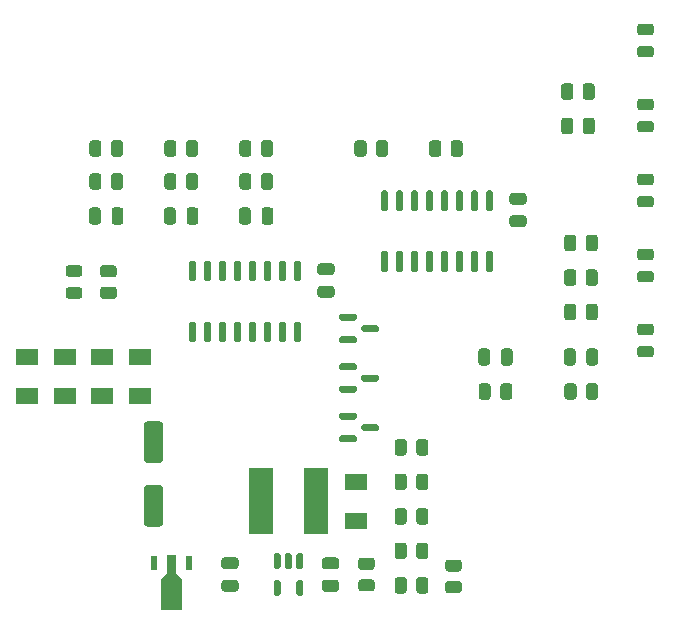
<source format=gtp>
G04 #@! TF.GenerationSoftware,KiCad,Pcbnew,6.0.2+dfsg-1*
G04 #@! TF.CreationDate,2024-05-29T15:37:31-06:00*
G04 #@! TF.ProjectId,mss-atlasadapter,6d73732d-6174-46c6-9173-616461707465,rev?*
G04 #@! TF.SameCoordinates,Original*
G04 #@! TF.FileFunction,Paste,Top*
G04 #@! TF.FilePolarity,Positive*
%FSLAX46Y46*%
G04 Gerber Fmt 4.6, Leading zero omitted, Abs format (unit mm)*
G04 Created by KiCad (PCBNEW 6.0.2+dfsg-1) date 2024-05-29 15:37:31*
%MOMM*%
%LPD*%
G01*
G04 APERTURE LIST*
%ADD10R,1.900000X1.400000*%
%ADD11R,2.108200X5.562600*%
%ADD12R,0.550000X1.300000*%
G04 APERTURE END LIST*
G36*
G01*
X55405000Y-159332000D02*
X56355000Y-159332000D01*
G75*
G02*
X56605000Y-159582000I0J-250000D01*
G01*
X56605000Y-160082000D01*
G75*
G02*
X56355000Y-160332000I-250000J0D01*
G01*
X55405000Y-160332000D01*
G75*
G02*
X55155000Y-160082000I0J250000D01*
G01*
X55155000Y-159582000D01*
G75*
G02*
X55405000Y-159332000I250000J0D01*
G01*
G37*
G36*
G01*
X55405000Y-161232000D02*
X56355000Y-161232000D01*
G75*
G02*
X56605000Y-161482000I0J-250000D01*
G01*
X56605000Y-161982000D01*
G75*
G02*
X56355000Y-162232000I-250000J0D01*
G01*
X55405000Y-162232000D01*
G75*
G02*
X55155000Y-161982000I0J250000D01*
G01*
X55155000Y-161482000D01*
G75*
G02*
X55405000Y-161232000I250000J0D01*
G01*
G37*
G36*
G01*
X75791000Y-148151000D02*
X75791000Y-147251000D01*
G75*
G02*
X76041000Y-147001000I250000J0D01*
G01*
X76566000Y-147001000D01*
G75*
G02*
X76816000Y-147251000I0J-250000D01*
G01*
X76816000Y-148151000D01*
G75*
G02*
X76566000Y-148401000I-250000J0D01*
G01*
X76041000Y-148401000D01*
G75*
G02*
X75791000Y-148151000I0J250000D01*
G01*
G37*
G36*
G01*
X77616000Y-148151000D02*
X77616000Y-147251000D01*
G75*
G02*
X77866000Y-147001000I250000J0D01*
G01*
X78391000Y-147001000D01*
G75*
G02*
X78641000Y-147251000I0J-250000D01*
G01*
X78641000Y-148151000D01*
G75*
G02*
X78391000Y-148401000I-250000J0D01*
G01*
X77866000Y-148401000D01*
G75*
G02*
X77616000Y-148151000I0J250000D01*
G01*
G37*
G36*
G01*
X59759000Y-187099000D02*
X58859000Y-187099000D01*
G75*
G02*
X58609000Y-186849000I0J250000D01*
G01*
X58609000Y-186324000D01*
G75*
G02*
X58859000Y-186074000I250000J0D01*
G01*
X59759000Y-186074000D01*
G75*
G02*
X60009000Y-186324000I0J-250000D01*
G01*
X60009000Y-186849000D01*
G75*
G02*
X59759000Y-187099000I-250000J0D01*
G01*
G37*
G36*
G01*
X59759000Y-185274000D02*
X58859000Y-185274000D01*
G75*
G02*
X58609000Y-185024000I0J250000D01*
G01*
X58609000Y-184499000D01*
G75*
G02*
X58859000Y-184249000I250000J0D01*
G01*
X59759000Y-184249000D01*
G75*
G02*
X60009000Y-184499000I0J-250000D01*
G01*
X60009000Y-185024000D01*
G75*
G02*
X59759000Y-185274000I-250000J0D01*
G01*
G37*
G36*
G01*
X75791000Y-145230000D02*
X75791000Y-144330000D01*
G75*
G02*
X76041000Y-144080000I250000J0D01*
G01*
X76566000Y-144080000D01*
G75*
G02*
X76816000Y-144330000I0J-250000D01*
G01*
X76816000Y-145230000D01*
G75*
G02*
X76566000Y-145480000I-250000J0D01*
G01*
X76041000Y-145480000D01*
G75*
G02*
X75791000Y-145230000I0J250000D01*
G01*
G37*
G36*
G01*
X77616000Y-145230000D02*
X77616000Y-144330000D01*
G75*
G02*
X77866000Y-144080000I250000J0D01*
G01*
X78391000Y-144080000D01*
G75*
G02*
X78641000Y-144330000I0J-250000D01*
G01*
X78641000Y-145230000D01*
G75*
G02*
X78391000Y-145480000I-250000J0D01*
G01*
X77866000Y-145480000D01*
G75*
G02*
X77616000Y-145230000I0J250000D01*
G01*
G37*
G36*
G01*
X78918500Y-169730000D02*
X78918500Y-170630000D01*
G75*
G02*
X78668500Y-170880000I-250000J0D01*
G01*
X78143500Y-170880000D01*
G75*
G02*
X77893500Y-170630000I0J250000D01*
G01*
X77893500Y-169730000D01*
G75*
G02*
X78143500Y-169480000I250000J0D01*
G01*
X78668500Y-169480000D01*
G75*
G02*
X78918500Y-169730000I0J-250000D01*
G01*
G37*
G36*
G01*
X77093500Y-169730000D02*
X77093500Y-170630000D01*
G75*
G02*
X76843500Y-170880000I-250000J0D01*
G01*
X76318500Y-170880000D01*
G75*
G02*
X76068500Y-170630000I0J250000D01*
G01*
X76068500Y-169730000D01*
G75*
G02*
X76318500Y-169480000I250000J0D01*
G01*
X76843500Y-169480000D01*
G75*
G02*
X77093500Y-169730000I0J-250000D01*
G01*
G37*
G36*
G01*
X69573000Y-153141000D02*
X69873000Y-153141000D01*
G75*
G02*
X70023000Y-153291000I0J-150000D01*
G01*
X70023000Y-154741000D01*
G75*
G02*
X69873000Y-154891000I-150000J0D01*
G01*
X69573000Y-154891000D01*
G75*
G02*
X69423000Y-154741000I0J150000D01*
G01*
X69423000Y-153291000D01*
G75*
G02*
X69573000Y-153141000I150000J0D01*
G01*
G37*
G36*
G01*
X68303000Y-153141000D02*
X68603000Y-153141000D01*
G75*
G02*
X68753000Y-153291000I0J-150000D01*
G01*
X68753000Y-154741000D01*
G75*
G02*
X68603000Y-154891000I-150000J0D01*
G01*
X68303000Y-154891000D01*
G75*
G02*
X68153000Y-154741000I0J150000D01*
G01*
X68153000Y-153291000D01*
G75*
G02*
X68303000Y-153141000I150000J0D01*
G01*
G37*
G36*
G01*
X67033000Y-153141000D02*
X67333000Y-153141000D01*
G75*
G02*
X67483000Y-153291000I0J-150000D01*
G01*
X67483000Y-154741000D01*
G75*
G02*
X67333000Y-154891000I-150000J0D01*
G01*
X67033000Y-154891000D01*
G75*
G02*
X66883000Y-154741000I0J150000D01*
G01*
X66883000Y-153291000D01*
G75*
G02*
X67033000Y-153141000I150000J0D01*
G01*
G37*
G36*
G01*
X65763000Y-153141000D02*
X66063000Y-153141000D01*
G75*
G02*
X66213000Y-153291000I0J-150000D01*
G01*
X66213000Y-154741000D01*
G75*
G02*
X66063000Y-154891000I-150000J0D01*
G01*
X65763000Y-154891000D01*
G75*
G02*
X65613000Y-154741000I0J150000D01*
G01*
X65613000Y-153291000D01*
G75*
G02*
X65763000Y-153141000I150000J0D01*
G01*
G37*
G36*
G01*
X64493000Y-153141000D02*
X64793000Y-153141000D01*
G75*
G02*
X64943000Y-153291000I0J-150000D01*
G01*
X64943000Y-154741000D01*
G75*
G02*
X64793000Y-154891000I-150000J0D01*
G01*
X64493000Y-154891000D01*
G75*
G02*
X64343000Y-154741000I0J150000D01*
G01*
X64343000Y-153291000D01*
G75*
G02*
X64493000Y-153141000I150000J0D01*
G01*
G37*
G36*
G01*
X63223000Y-153141000D02*
X63523000Y-153141000D01*
G75*
G02*
X63673000Y-153291000I0J-150000D01*
G01*
X63673000Y-154741000D01*
G75*
G02*
X63523000Y-154891000I-150000J0D01*
G01*
X63223000Y-154891000D01*
G75*
G02*
X63073000Y-154741000I0J150000D01*
G01*
X63073000Y-153291000D01*
G75*
G02*
X63223000Y-153141000I150000J0D01*
G01*
G37*
G36*
G01*
X61953000Y-153141000D02*
X62253000Y-153141000D01*
G75*
G02*
X62403000Y-153291000I0J-150000D01*
G01*
X62403000Y-154741000D01*
G75*
G02*
X62253000Y-154891000I-150000J0D01*
G01*
X61953000Y-154891000D01*
G75*
G02*
X61803000Y-154741000I0J150000D01*
G01*
X61803000Y-153291000D01*
G75*
G02*
X61953000Y-153141000I150000J0D01*
G01*
G37*
G36*
G01*
X60683000Y-153141000D02*
X60983000Y-153141000D01*
G75*
G02*
X61133000Y-153291000I0J-150000D01*
G01*
X61133000Y-154741000D01*
G75*
G02*
X60983000Y-154891000I-150000J0D01*
G01*
X60683000Y-154891000D01*
G75*
G02*
X60533000Y-154741000I0J150000D01*
G01*
X60533000Y-153291000D01*
G75*
G02*
X60683000Y-153141000I150000J0D01*
G01*
G37*
G36*
G01*
X60683000Y-158291000D02*
X60983000Y-158291000D01*
G75*
G02*
X61133000Y-158441000I0J-150000D01*
G01*
X61133000Y-159891000D01*
G75*
G02*
X60983000Y-160041000I-150000J0D01*
G01*
X60683000Y-160041000D01*
G75*
G02*
X60533000Y-159891000I0J150000D01*
G01*
X60533000Y-158441000D01*
G75*
G02*
X60683000Y-158291000I150000J0D01*
G01*
G37*
G36*
G01*
X61953000Y-158291000D02*
X62253000Y-158291000D01*
G75*
G02*
X62403000Y-158441000I0J-150000D01*
G01*
X62403000Y-159891000D01*
G75*
G02*
X62253000Y-160041000I-150000J0D01*
G01*
X61953000Y-160041000D01*
G75*
G02*
X61803000Y-159891000I0J150000D01*
G01*
X61803000Y-158441000D01*
G75*
G02*
X61953000Y-158291000I150000J0D01*
G01*
G37*
G36*
G01*
X63223000Y-158291000D02*
X63523000Y-158291000D01*
G75*
G02*
X63673000Y-158441000I0J-150000D01*
G01*
X63673000Y-159891000D01*
G75*
G02*
X63523000Y-160041000I-150000J0D01*
G01*
X63223000Y-160041000D01*
G75*
G02*
X63073000Y-159891000I0J150000D01*
G01*
X63073000Y-158441000D01*
G75*
G02*
X63223000Y-158291000I150000J0D01*
G01*
G37*
G36*
G01*
X64493000Y-158291000D02*
X64793000Y-158291000D01*
G75*
G02*
X64943000Y-158441000I0J-150000D01*
G01*
X64943000Y-159891000D01*
G75*
G02*
X64793000Y-160041000I-150000J0D01*
G01*
X64493000Y-160041000D01*
G75*
G02*
X64343000Y-159891000I0J150000D01*
G01*
X64343000Y-158441000D01*
G75*
G02*
X64493000Y-158291000I150000J0D01*
G01*
G37*
G36*
G01*
X65763000Y-158291000D02*
X66063000Y-158291000D01*
G75*
G02*
X66213000Y-158441000I0J-150000D01*
G01*
X66213000Y-159891000D01*
G75*
G02*
X66063000Y-160041000I-150000J0D01*
G01*
X65763000Y-160041000D01*
G75*
G02*
X65613000Y-159891000I0J150000D01*
G01*
X65613000Y-158441000D01*
G75*
G02*
X65763000Y-158291000I150000J0D01*
G01*
G37*
G36*
G01*
X67033000Y-158291000D02*
X67333000Y-158291000D01*
G75*
G02*
X67483000Y-158441000I0J-150000D01*
G01*
X67483000Y-159891000D01*
G75*
G02*
X67333000Y-160041000I-150000J0D01*
G01*
X67033000Y-160041000D01*
G75*
G02*
X66883000Y-159891000I0J150000D01*
G01*
X66883000Y-158441000D01*
G75*
G02*
X67033000Y-158291000I150000J0D01*
G01*
G37*
G36*
G01*
X68303000Y-158291000D02*
X68603000Y-158291000D01*
G75*
G02*
X68753000Y-158441000I0J-150000D01*
G01*
X68753000Y-159891000D01*
G75*
G02*
X68603000Y-160041000I-150000J0D01*
G01*
X68303000Y-160041000D01*
G75*
G02*
X68153000Y-159891000I0J150000D01*
G01*
X68153000Y-158441000D01*
G75*
G02*
X68303000Y-158291000I150000J0D01*
G01*
G37*
G36*
G01*
X69573000Y-158291000D02*
X69873000Y-158291000D01*
G75*
G02*
X70023000Y-158441000I0J-150000D01*
G01*
X70023000Y-159891000D01*
G75*
G02*
X69873000Y-160041000I-150000J0D01*
G01*
X69573000Y-160041000D01*
G75*
G02*
X69423000Y-159891000I0J150000D01*
G01*
X69423000Y-158441000D01*
G75*
G02*
X69573000Y-158291000I150000J0D01*
G01*
G37*
G36*
G01*
X76045000Y-158057000D02*
X76045000Y-157157000D01*
G75*
G02*
X76295000Y-156907000I250000J0D01*
G01*
X76820000Y-156907000D01*
G75*
G02*
X77070000Y-157157000I0J-250000D01*
G01*
X77070000Y-158057000D01*
G75*
G02*
X76820000Y-158307000I-250000J0D01*
G01*
X76295000Y-158307000D01*
G75*
G02*
X76045000Y-158057000I0J250000D01*
G01*
G37*
G36*
G01*
X77870000Y-158057000D02*
X77870000Y-157157000D01*
G75*
G02*
X78120000Y-156907000I250000J0D01*
G01*
X78645000Y-156907000D01*
G75*
G02*
X78895000Y-157157000I0J-250000D01*
G01*
X78895000Y-158057000D01*
G75*
G02*
X78645000Y-158307000I-250000J0D01*
G01*
X78120000Y-158307000D01*
G75*
G02*
X77870000Y-158057000I0J250000D01*
G01*
G37*
G36*
G01*
X71661000Y-153363000D02*
X72611000Y-153363000D01*
G75*
G02*
X72861000Y-153613000I0J-250000D01*
G01*
X72861000Y-154113000D01*
G75*
G02*
X72611000Y-154363000I-250000J0D01*
G01*
X71661000Y-154363000D01*
G75*
G02*
X71411000Y-154113000I0J250000D01*
G01*
X71411000Y-153613000D01*
G75*
G02*
X71661000Y-153363000I250000J0D01*
G01*
G37*
G36*
G01*
X71661000Y-155263000D02*
X72611000Y-155263000D01*
G75*
G02*
X72861000Y-155513000I0J-250000D01*
G01*
X72861000Y-156013000D01*
G75*
G02*
X72611000Y-156263000I-250000J0D01*
G01*
X71661000Y-156263000D01*
G75*
G02*
X71411000Y-156013000I0J250000D01*
G01*
X71411000Y-155513000D01*
G75*
G02*
X71661000Y-155263000I250000J0D01*
G01*
G37*
G36*
G01*
X61138500Y-149156000D02*
X61138500Y-150056000D01*
G75*
G02*
X60888500Y-150306000I-250000J0D01*
G01*
X60363500Y-150306000D01*
G75*
G02*
X60113500Y-150056000I0J250000D01*
G01*
X60113500Y-149156000D01*
G75*
G02*
X60363500Y-148906000I250000J0D01*
G01*
X60888500Y-148906000D01*
G75*
G02*
X61138500Y-149156000I0J-250000D01*
G01*
G37*
G36*
G01*
X59313500Y-149156000D02*
X59313500Y-150056000D01*
G75*
G02*
X59063500Y-150306000I-250000J0D01*
G01*
X58538500Y-150306000D01*
G75*
G02*
X58288500Y-150056000I0J250000D01*
G01*
X58288500Y-149156000D01*
G75*
G02*
X58538500Y-148906000I250000J0D01*
G01*
X59063500Y-148906000D01*
G75*
G02*
X59313500Y-149156000I0J-250000D01*
G01*
G37*
G36*
G01*
X45047000Y-149156000D02*
X45047000Y-150056000D01*
G75*
G02*
X44797000Y-150306000I-250000J0D01*
G01*
X44272000Y-150306000D01*
G75*
G02*
X44022000Y-150056000I0J250000D01*
G01*
X44022000Y-149156000D01*
G75*
G02*
X44272000Y-148906000I250000J0D01*
G01*
X44797000Y-148906000D01*
G75*
G02*
X45047000Y-149156000I0J-250000D01*
G01*
G37*
G36*
G01*
X43222000Y-149156000D02*
X43222000Y-150056000D01*
G75*
G02*
X42972000Y-150306000I-250000J0D01*
G01*
X42447000Y-150306000D01*
G75*
G02*
X42197000Y-150056000I0J250000D01*
G01*
X42197000Y-149156000D01*
G75*
G02*
X42447000Y-148906000I250000J0D01*
G01*
X42972000Y-148906000D01*
G75*
G02*
X43222000Y-149156000I0J-250000D01*
G01*
G37*
D10*
X40132000Y-167260000D03*
X40132000Y-170560000D03*
X58420000Y-181101000D03*
X58420000Y-177801000D03*
D11*
X50406300Y-179451000D03*
X55003700Y-179451000D03*
G36*
G01*
X56999000Y-168237000D02*
X56999000Y-167937000D01*
G75*
G02*
X57149000Y-167787000I150000J0D01*
G01*
X58324000Y-167787000D01*
G75*
G02*
X58474000Y-167937000I0J-150000D01*
G01*
X58474000Y-168237000D01*
G75*
G02*
X58324000Y-168387000I-150000J0D01*
G01*
X57149000Y-168387000D01*
G75*
G02*
X56999000Y-168237000I0J150000D01*
G01*
G37*
G36*
G01*
X56999000Y-170137000D02*
X56999000Y-169837000D01*
G75*
G02*
X57149000Y-169687000I150000J0D01*
G01*
X58324000Y-169687000D01*
G75*
G02*
X58474000Y-169837000I0J-150000D01*
G01*
X58474000Y-170137000D01*
G75*
G02*
X58324000Y-170287000I-150000J0D01*
G01*
X57149000Y-170287000D01*
G75*
G02*
X56999000Y-170137000I0J150000D01*
G01*
G37*
G36*
G01*
X58874000Y-169187000D02*
X58874000Y-168887000D01*
G75*
G02*
X59024000Y-168737000I150000J0D01*
G01*
X60199000Y-168737000D01*
G75*
G02*
X60349000Y-168887000I0J-150000D01*
G01*
X60349000Y-169187000D01*
G75*
G02*
X60199000Y-169337000I-150000J0D01*
G01*
X59024000Y-169337000D01*
G75*
G02*
X58874000Y-169187000I0J150000D01*
G01*
G37*
G36*
G01*
X38722000Y-154846000D02*
X38722000Y-155796000D01*
G75*
G02*
X38472000Y-156046000I-250000J0D01*
G01*
X37972000Y-156046000D01*
G75*
G02*
X37722000Y-155796000I0J250000D01*
G01*
X37722000Y-154846000D01*
G75*
G02*
X37972000Y-154596000I250000J0D01*
G01*
X38472000Y-154596000D01*
G75*
G02*
X38722000Y-154846000I0J-250000D01*
G01*
G37*
G36*
G01*
X36822000Y-154846000D02*
X36822000Y-155796000D01*
G75*
G02*
X36572000Y-156046000I-250000J0D01*
G01*
X36072000Y-156046000D01*
G75*
G02*
X35822000Y-155796000I0J250000D01*
G01*
X35822000Y-154846000D01*
G75*
G02*
X36072000Y-154596000I250000J0D01*
G01*
X36572000Y-154596000D01*
G75*
G02*
X36822000Y-154846000I0J-250000D01*
G01*
G37*
G36*
G01*
X67465000Y-149156000D02*
X67465000Y-150056000D01*
G75*
G02*
X67215000Y-150306000I-250000J0D01*
G01*
X66690000Y-150306000D01*
G75*
G02*
X66440000Y-150056000I0J250000D01*
G01*
X66440000Y-149156000D01*
G75*
G02*
X66690000Y-148906000I250000J0D01*
G01*
X67215000Y-148906000D01*
G75*
G02*
X67465000Y-149156000I0J-250000D01*
G01*
G37*
G36*
G01*
X65640000Y-149156000D02*
X65640000Y-150056000D01*
G75*
G02*
X65390000Y-150306000I-250000J0D01*
G01*
X64865000Y-150306000D01*
G75*
G02*
X64615000Y-150056000I0J250000D01*
G01*
X64615000Y-149156000D01*
G75*
G02*
X64865000Y-148906000I250000J0D01*
G01*
X65390000Y-148906000D01*
G75*
G02*
X65640000Y-149156000I0J-250000D01*
G01*
G37*
G36*
G01*
X64544000Y-177377000D02*
X64544000Y-178277000D01*
G75*
G02*
X64294000Y-178527000I-250000J0D01*
G01*
X63769000Y-178527000D01*
G75*
G02*
X63519000Y-178277000I0J250000D01*
G01*
X63519000Y-177377000D01*
G75*
G02*
X63769000Y-177127000I250000J0D01*
G01*
X64294000Y-177127000D01*
G75*
G02*
X64544000Y-177377000I0J-250000D01*
G01*
G37*
G36*
G01*
X62719000Y-177377000D02*
X62719000Y-178277000D01*
G75*
G02*
X62469000Y-178527000I-250000J0D01*
G01*
X61944000Y-178527000D01*
G75*
G02*
X61694000Y-178277000I0J250000D01*
G01*
X61694000Y-177377000D01*
G75*
G02*
X61944000Y-177127000I250000J0D01*
G01*
X62469000Y-177127000D01*
G75*
G02*
X62719000Y-177377000I0J-250000D01*
G01*
G37*
G36*
G01*
X56999000Y-172428000D02*
X56999000Y-172128000D01*
G75*
G02*
X57149000Y-171978000I150000J0D01*
G01*
X58324000Y-171978000D01*
G75*
G02*
X58474000Y-172128000I0J-150000D01*
G01*
X58474000Y-172428000D01*
G75*
G02*
X58324000Y-172578000I-150000J0D01*
G01*
X57149000Y-172578000D01*
G75*
G02*
X56999000Y-172428000I0J150000D01*
G01*
G37*
G36*
G01*
X56999000Y-174328000D02*
X56999000Y-174028000D01*
G75*
G02*
X57149000Y-173878000I150000J0D01*
G01*
X58324000Y-173878000D01*
G75*
G02*
X58474000Y-174028000I0J-150000D01*
G01*
X58474000Y-174328000D01*
G75*
G02*
X58324000Y-174478000I-150000J0D01*
G01*
X57149000Y-174478000D01*
G75*
G02*
X56999000Y-174328000I0J150000D01*
G01*
G37*
G36*
G01*
X58874000Y-173378000D02*
X58874000Y-173078000D01*
G75*
G02*
X59024000Y-172928000I150000J0D01*
G01*
X60199000Y-172928000D01*
G75*
G02*
X60349000Y-173078000I0J-150000D01*
G01*
X60349000Y-173378000D01*
G75*
G02*
X60199000Y-173528000I-150000J0D01*
G01*
X59024000Y-173528000D01*
G75*
G02*
X58874000Y-173378000I0J150000D01*
G01*
G37*
G36*
G01*
X53505000Y-183874000D02*
X53805000Y-183874000D01*
G75*
G02*
X53955000Y-184024000I0J-150000D01*
G01*
X53955000Y-185049000D01*
G75*
G02*
X53805000Y-185199000I-150000J0D01*
G01*
X53505000Y-185199000D01*
G75*
G02*
X53355000Y-185049000I0J150000D01*
G01*
X53355000Y-184024000D01*
G75*
G02*
X53505000Y-183874000I150000J0D01*
G01*
G37*
G36*
G01*
X52555000Y-183874000D02*
X52855000Y-183874000D01*
G75*
G02*
X53005000Y-184024000I0J-150000D01*
G01*
X53005000Y-185049000D01*
G75*
G02*
X52855000Y-185199000I-150000J0D01*
G01*
X52555000Y-185199000D01*
G75*
G02*
X52405000Y-185049000I0J150000D01*
G01*
X52405000Y-184024000D01*
G75*
G02*
X52555000Y-183874000I150000J0D01*
G01*
G37*
G36*
G01*
X51605000Y-183874000D02*
X51905000Y-183874000D01*
G75*
G02*
X52055000Y-184024000I0J-150000D01*
G01*
X52055000Y-185049000D01*
G75*
G02*
X51905000Y-185199000I-150000J0D01*
G01*
X51605000Y-185199000D01*
G75*
G02*
X51455000Y-185049000I0J150000D01*
G01*
X51455000Y-184024000D01*
G75*
G02*
X51605000Y-183874000I150000J0D01*
G01*
G37*
G36*
G01*
X51605000Y-186149000D02*
X51905000Y-186149000D01*
G75*
G02*
X52055000Y-186299000I0J-150000D01*
G01*
X52055000Y-187324000D01*
G75*
G02*
X51905000Y-187474000I-150000J0D01*
G01*
X51605000Y-187474000D01*
G75*
G02*
X51455000Y-187324000I0J150000D01*
G01*
X51455000Y-186299000D01*
G75*
G02*
X51605000Y-186149000I150000J0D01*
G01*
G37*
G36*
G01*
X53505000Y-186149000D02*
X53805000Y-186149000D01*
G75*
G02*
X53955000Y-186299000I0J-150000D01*
G01*
X53955000Y-187324000D01*
G75*
G02*
X53805000Y-187474000I-150000J0D01*
G01*
X53505000Y-187474000D01*
G75*
G02*
X53355000Y-187324000I0J150000D01*
G01*
X53355000Y-186299000D01*
G75*
G02*
X53505000Y-186149000I150000J0D01*
G01*
G37*
G36*
G01*
X82474750Y-151737000D02*
X83387250Y-151737000D01*
G75*
G02*
X83631000Y-151980750I0J-243750D01*
G01*
X83631000Y-152468250D01*
G75*
G02*
X83387250Y-152712000I-243750J0D01*
G01*
X82474750Y-152712000D01*
G75*
G02*
X82231000Y-152468250I0J243750D01*
G01*
X82231000Y-151980750D01*
G75*
G02*
X82474750Y-151737000I243750J0D01*
G01*
G37*
G36*
G01*
X82474750Y-153612000D02*
X83387250Y-153612000D01*
G75*
G02*
X83631000Y-153855750I0J-243750D01*
G01*
X83631000Y-154343250D01*
G75*
G02*
X83387250Y-154587000I-243750J0D01*
G01*
X82474750Y-154587000D01*
G75*
G02*
X82231000Y-154343250I0J243750D01*
G01*
X82231000Y-153855750D01*
G75*
G02*
X82474750Y-153612000I243750J0D01*
G01*
G37*
G36*
G01*
X55786000Y-184224000D02*
X56736000Y-184224000D01*
G75*
G02*
X56986000Y-184474000I0J-250000D01*
G01*
X56986000Y-184974000D01*
G75*
G02*
X56736000Y-185224000I-250000J0D01*
G01*
X55786000Y-185224000D01*
G75*
G02*
X55536000Y-184974000I0J250000D01*
G01*
X55536000Y-184474000D01*
G75*
G02*
X55786000Y-184224000I250000J0D01*
G01*
G37*
G36*
G01*
X55786000Y-186124000D02*
X56736000Y-186124000D01*
G75*
G02*
X56986000Y-186374000I0J-250000D01*
G01*
X56986000Y-186874000D01*
G75*
G02*
X56736000Y-187124000I-250000J0D01*
G01*
X55786000Y-187124000D01*
G75*
G02*
X55536000Y-186874000I0J250000D01*
G01*
X55536000Y-186374000D01*
G75*
G02*
X55786000Y-186124000I250000J0D01*
G01*
G37*
G36*
G01*
X35847000Y-152850000D02*
X35847000Y-151950000D01*
G75*
G02*
X36097000Y-151700000I250000J0D01*
G01*
X36622000Y-151700000D01*
G75*
G02*
X36872000Y-151950000I0J-250000D01*
G01*
X36872000Y-152850000D01*
G75*
G02*
X36622000Y-153100000I-250000J0D01*
G01*
X36097000Y-153100000D01*
G75*
G02*
X35847000Y-152850000I0J250000D01*
G01*
G37*
G36*
G01*
X37672000Y-152850000D02*
X37672000Y-151950000D01*
G75*
G02*
X37922000Y-151700000I250000J0D01*
G01*
X38447000Y-151700000D01*
G75*
G02*
X38697000Y-151950000I0J-250000D01*
G01*
X38697000Y-152850000D01*
G75*
G02*
X38447000Y-153100000I-250000J0D01*
G01*
X37922000Y-153100000D01*
G75*
G02*
X37672000Y-152850000I0J250000D01*
G01*
G37*
G36*
G01*
X56999000Y-164046000D02*
X56999000Y-163746000D01*
G75*
G02*
X57149000Y-163596000I150000J0D01*
G01*
X58324000Y-163596000D01*
G75*
G02*
X58474000Y-163746000I0J-150000D01*
G01*
X58474000Y-164046000D01*
G75*
G02*
X58324000Y-164196000I-150000J0D01*
G01*
X57149000Y-164196000D01*
G75*
G02*
X56999000Y-164046000I0J150000D01*
G01*
G37*
G36*
G01*
X56999000Y-165946000D02*
X56999000Y-165646000D01*
G75*
G02*
X57149000Y-165496000I150000J0D01*
G01*
X58324000Y-165496000D01*
G75*
G02*
X58474000Y-165646000I0J-150000D01*
G01*
X58474000Y-165946000D01*
G75*
G02*
X58324000Y-166096000I-150000J0D01*
G01*
X57149000Y-166096000D01*
G75*
G02*
X56999000Y-165946000I0J150000D01*
G01*
G37*
G36*
G01*
X58874000Y-164996000D02*
X58874000Y-164696000D01*
G75*
G02*
X59024000Y-164546000I150000J0D01*
G01*
X60199000Y-164546000D01*
G75*
G02*
X60349000Y-164696000I0J-150000D01*
G01*
X60349000Y-164996000D01*
G75*
G02*
X60199000Y-165146000I-150000J0D01*
G01*
X59024000Y-165146000D01*
G75*
G02*
X58874000Y-164996000I0J150000D01*
G01*
G37*
G36*
G01*
X76045000Y-163899000D02*
X76045000Y-162999000D01*
G75*
G02*
X76295000Y-162749000I250000J0D01*
G01*
X76820000Y-162749000D01*
G75*
G02*
X77070000Y-162999000I0J-250000D01*
G01*
X77070000Y-163899000D01*
G75*
G02*
X76820000Y-164149000I-250000J0D01*
G01*
X76295000Y-164149000D01*
G75*
G02*
X76045000Y-163899000I0J250000D01*
G01*
G37*
G36*
G01*
X77870000Y-163899000D02*
X77870000Y-162999000D01*
G75*
G02*
X78120000Y-162749000I250000J0D01*
G01*
X78645000Y-162749000D01*
G75*
G02*
X78895000Y-162999000I0J-250000D01*
G01*
X78895000Y-163899000D01*
G75*
G02*
X78645000Y-164149000I-250000J0D01*
G01*
X78120000Y-164149000D01*
G75*
G02*
X77870000Y-163899000I0J250000D01*
G01*
G37*
G36*
G01*
X68781000Y-167734000D02*
X68781000Y-166784000D01*
G75*
G02*
X69031000Y-166534000I250000J0D01*
G01*
X69531000Y-166534000D01*
G75*
G02*
X69781000Y-166784000I0J-250000D01*
G01*
X69781000Y-167734000D01*
G75*
G02*
X69531000Y-167984000I-250000J0D01*
G01*
X69031000Y-167984000D01*
G75*
G02*
X68781000Y-167734000I0J250000D01*
G01*
G37*
G36*
G01*
X70681000Y-167734000D02*
X70681000Y-166784000D01*
G75*
G02*
X70931000Y-166534000I250000J0D01*
G01*
X71431000Y-166534000D01*
G75*
G02*
X71681000Y-166784000I0J-250000D01*
G01*
X71681000Y-167734000D01*
G75*
G02*
X71431000Y-167984000I-250000J0D01*
G01*
X70931000Y-167984000D01*
G75*
G02*
X70681000Y-167734000I0J250000D01*
G01*
G37*
D12*
X44299000Y-184697500D03*
G36*
X41874000Y-188647500D02*
G01*
X41874000Y-186047500D01*
X42399000Y-185522500D01*
X42399000Y-184047500D01*
X43199000Y-184047500D01*
X43199000Y-185522500D01*
X43724000Y-186047500D01*
X43724000Y-188647500D01*
X41874000Y-188647500D01*
G37*
X41299000Y-184697500D03*
G36*
G01*
X82474750Y-164437000D02*
X83387250Y-164437000D01*
G75*
G02*
X83631000Y-164680750I0J-243750D01*
G01*
X83631000Y-165168250D01*
G75*
G02*
X83387250Y-165412000I-243750J0D01*
G01*
X82474750Y-165412000D01*
G75*
G02*
X82231000Y-165168250I0J243750D01*
G01*
X82231000Y-164680750D01*
G75*
G02*
X82474750Y-164437000I243750J0D01*
G01*
G37*
G36*
G01*
X82474750Y-166312000D02*
X83387250Y-166312000D01*
G75*
G02*
X83631000Y-166555750I0J-243750D01*
G01*
X83631000Y-167043250D01*
G75*
G02*
X83387250Y-167287000I-243750J0D01*
G01*
X82474750Y-167287000D01*
G75*
G02*
X82231000Y-167043250I0J243750D01*
G01*
X82231000Y-166555750D01*
G75*
G02*
X82474750Y-166312000I243750J0D01*
G01*
G37*
G36*
G01*
X47277000Y-184224000D02*
X48227000Y-184224000D01*
G75*
G02*
X48477000Y-184474000I0J-250000D01*
G01*
X48477000Y-184974000D01*
G75*
G02*
X48227000Y-185224000I-250000J0D01*
G01*
X47277000Y-185224000D01*
G75*
G02*
X47027000Y-184974000I0J250000D01*
G01*
X47027000Y-184474000D01*
G75*
G02*
X47277000Y-184224000I250000J0D01*
G01*
G37*
G36*
G01*
X47277000Y-186124000D02*
X48227000Y-186124000D01*
G75*
G02*
X48477000Y-186374000I0J-250000D01*
G01*
X48477000Y-186874000D01*
G75*
G02*
X48227000Y-187124000I-250000J0D01*
G01*
X47277000Y-187124000D01*
G75*
G02*
X47027000Y-186874000I0J250000D01*
G01*
X47027000Y-186374000D01*
G75*
G02*
X47277000Y-186124000I250000J0D01*
G01*
G37*
G36*
G01*
X41825000Y-181615000D02*
X40725000Y-181615000D01*
G75*
G02*
X40475000Y-181365000I0J250000D01*
G01*
X40475000Y-178365000D01*
G75*
G02*
X40725000Y-178115000I250000J0D01*
G01*
X41825000Y-178115000D01*
G75*
G02*
X42075000Y-178365000I0J-250000D01*
G01*
X42075000Y-181365000D01*
G75*
G02*
X41825000Y-181615000I-250000J0D01*
G01*
G37*
G36*
G01*
X41825000Y-176215000D02*
X40725000Y-176215000D01*
G75*
G02*
X40475000Y-175965000I0J250000D01*
G01*
X40475000Y-172965000D01*
G75*
G02*
X40725000Y-172715000I250000J0D01*
G01*
X41825000Y-172715000D01*
G75*
G02*
X42075000Y-172965000I0J-250000D01*
G01*
X42075000Y-175965000D01*
G75*
G02*
X41825000Y-176215000I-250000J0D01*
G01*
G37*
D10*
X30607000Y-167260000D03*
X30607000Y-170560000D03*
G36*
G01*
X61694000Y-184119000D02*
X61694000Y-183219000D01*
G75*
G02*
X61944000Y-182969000I250000J0D01*
G01*
X62469000Y-182969000D01*
G75*
G02*
X62719000Y-183219000I0J-250000D01*
G01*
X62719000Y-184119000D01*
G75*
G02*
X62469000Y-184369000I-250000J0D01*
G01*
X61944000Y-184369000D01*
G75*
G02*
X61694000Y-184119000I0J250000D01*
G01*
G37*
G36*
G01*
X63519000Y-184119000D02*
X63519000Y-183219000D01*
G75*
G02*
X63769000Y-182969000I250000J0D01*
G01*
X64294000Y-182969000D01*
G75*
G02*
X64544000Y-183219000I0J-250000D01*
G01*
X64544000Y-184119000D01*
G75*
G02*
X64294000Y-184369000I-250000J0D01*
G01*
X63769000Y-184369000D01*
G75*
G02*
X63519000Y-184119000I0J250000D01*
G01*
G37*
G36*
G01*
X51397000Y-149156000D02*
X51397000Y-150056000D01*
G75*
G02*
X51147000Y-150306000I-250000J0D01*
G01*
X50622000Y-150306000D01*
G75*
G02*
X50372000Y-150056000I0J250000D01*
G01*
X50372000Y-149156000D01*
G75*
G02*
X50622000Y-148906000I250000J0D01*
G01*
X51147000Y-148906000D01*
G75*
G02*
X51397000Y-149156000I0J-250000D01*
G01*
G37*
G36*
G01*
X49572000Y-149156000D02*
X49572000Y-150056000D01*
G75*
G02*
X49322000Y-150306000I-250000J0D01*
G01*
X48797000Y-150306000D01*
G75*
G02*
X48547000Y-150056000I0J250000D01*
G01*
X48547000Y-149156000D01*
G75*
G02*
X48797000Y-148906000I250000J0D01*
G01*
X49322000Y-148906000D01*
G75*
G02*
X49572000Y-149156000I0J-250000D01*
G01*
G37*
G36*
G01*
X76020000Y-167734000D02*
X76020000Y-166784000D01*
G75*
G02*
X76270000Y-166534000I250000J0D01*
G01*
X76770000Y-166534000D01*
G75*
G02*
X77020000Y-166784000I0J-250000D01*
G01*
X77020000Y-167734000D01*
G75*
G02*
X76770000Y-167984000I-250000J0D01*
G01*
X76270000Y-167984000D01*
G75*
G02*
X76020000Y-167734000I0J250000D01*
G01*
G37*
G36*
G01*
X77920000Y-167734000D02*
X77920000Y-166784000D01*
G75*
G02*
X78170000Y-166534000I250000J0D01*
G01*
X78670000Y-166534000D01*
G75*
G02*
X78920000Y-166784000I0J-250000D01*
G01*
X78920000Y-167734000D01*
G75*
G02*
X78670000Y-167984000I-250000J0D01*
G01*
X78170000Y-167984000D01*
G75*
G02*
X77920000Y-167734000I0J250000D01*
G01*
G37*
G36*
G01*
X66225000Y-184403000D02*
X67125000Y-184403000D01*
G75*
G02*
X67375000Y-184653000I0J-250000D01*
G01*
X67375000Y-185178000D01*
G75*
G02*
X67125000Y-185428000I-250000J0D01*
G01*
X66225000Y-185428000D01*
G75*
G02*
X65975000Y-185178000I0J250000D01*
G01*
X65975000Y-184653000D01*
G75*
G02*
X66225000Y-184403000I250000J0D01*
G01*
G37*
G36*
G01*
X66225000Y-186228000D02*
X67125000Y-186228000D01*
G75*
G02*
X67375000Y-186478000I0J-250000D01*
G01*
X67375000Y-187003000D01*
G75*
G02*
X67125000Y-187253000I-250000J0D01*
G01*
X66225000Y-187253000D01*
G75*
G02*
X65975000Y-187003000I0J250000D01*
G01*
X65975000Y-186478000D01*
G75*
G02*
X66225000Y-186228000I250000J0D01*
G01*
G37*
G36*
G01*
X64544000Y-186140000D02*
X64544000Y-187040000D01*
G75*
G02*
X64294000Y-187290000I-250000J0D01*
G01*
X63769000Y-187290000D01*
G75*
G02*
X63519000Y-187040000I0J250000D01*
G01*
X63519000Y-186140000D01*
G75*
G02*
X63769000Y-185890000I250000J0D01*
G01*
X64294000Y-185890000D01*
G75*
G02*
X64544000Y-186140000I0J-250000D01*
G01*
G37*
G36*
G01*
X62719000Y-186140000D02*
X62719000Y-187040000D01*
G75*
G02*
X62469000Y-187290000I-250000J0D01*
G01*
X61944000Y-187290000D01*
G75*
G02*
X61694000Y-187040000I0J250000D01*
G01*
X61694000Y-186140000D01*
G75*
G02*
X61944000Y-185890000I250000J0D01*
G01*
X62469000Y-185890000D01*
G75*
G02*
X62719000Y-186140000I0J-250000D01*
G01*
G37*
G36*
G01*
X64544000Y-174456000D02*
X64544000Y-175356000D01*
G75*
G02*
X64294000Y-175606000I-250000J0D01*
G01*
X63769000Y-175606000D01*
G75*
G02*
X63519000Y-175356000I0J250000D01*
G01*
X63519000Y-174456000D01*
G75*
G02*
X63769000Y-174206000I250000J0D01*
G01*
X64294000Y-174206000D01*
G75*
G02*
X64544000Y-174456000I0J-250000D01*
G01*
G37*
G36*
G01*
X62719000Y-174456000D02*
X62719000Y-175356000D01*
G75*
G02*
X62469000Y-175606000I-250000J0D01*
G01*
X61944000Y-175606000D01*
G75*
G02*
X61694000Y-175356000I0J250000D01*
G01*
X61694000Y-174456000D01*
G75*
G02*
X61944000Y-174206000I250000J0D01*
G01*
X62469000Y-174206000D01*
G75*
G02*
X62719000Y-174456000I0J-250000D01*
G01*
G37*
G36*
G01*
X45047000Y-151950000D02*
X45047000Y-152850000D01*
G75*
G02*
X44797000Y-153100000I-250000J0D01*
G01*
X44272000Y-153100000D01*
G75*
G02*
X44022000Y-152850000I0J250000D01*
G01*
X44022000Y-151950000D01*
G75*
G02*
X44272000Y-151700000I250000J0D01*
G01*
X44797000Y-151700000D01*
G75*
G02*
X45047000Y-151950000I0J-250000D01*
G01*
G37*
G36*
G01*
X43222000Y-151950000D02*
X43222000Y-152850000D01*
G75*
G02*
X42972000Y-153100000I-250000J0D01*
G01*
X42447000Y-153100000D01*
G75*
G02*
X42197000Y-152850000I0J250000D01*
G01*
X42197000Y-151950000D01*
G75*
G02*
X42447000Y-151700000I250000J0D01*
G01*
X42972000Y-151700000D01*
G75*
G02*
X43222000Y-151950000I0J-250000D01*
G01*
G37*
G36*
G01*
X38697000Y-149156000D02*
X38697000Y-150056000D01*
G75*
G02*
X38447000Y-150306000I-250000J0D01*
G01*
X37922000Y-150306000D01*
G75*
G02*
X37672000Y-150056000I0J250000D01*
G01*
X37672000Y-149156000D01*
G75*
G02*
X37922000Y-148906000I250000J0D01*
G01*
X38447000Y-148906000D01*
G75*
G02*
X38697000Y-149156000I0J-250000D01*
G01*
G37*
G36*
G01*
X36872000Y-149156000D02*
X36872000Y-150056000D01*
G75*
G02*
X36622000Y-150306000I-250000J0D01*
G01*
X36097000Y-150306000D01*
G75*
G02*
X35847000Y-150056000I0J250000D01*
G01*
X35847000Y-149156000D01*
G75*
G02*
X36097000Y-148906000I250000J0D01*
G01*
X36622000Y-148906000D01*
G75*
G02*
X36872000Y-149156000I0J-250000D01*
G01*
G37*
G36*
G01*
X37015000Y-159484000D02*
X37915000Y-159484000D01*
G75*
G02*
X38165000Y-159734000I0J-250000D01*
G01*
X38165000Y-160259000D01*
G75*
G02*
X37915000Y-160509000I-250000J0D01*
G01*
X37015000Y-160509000D01*
G75*
G02*
X36765000Y-160259000I0J250000D01*
G01*
X36765000Y-159734000D01*
G75*
G02*
X37015000Y-159484000I250000J0D01*
G01*
G37*
G36*
G01*
X37015000Y-161309000D02*
X37915000Y-161309000D01*
G75*
G02*
X38165000Y-161559000I0J-250000D01*
G01*
X38165000Y-162084000D01*
G75*
G02*
X37915000Y-162334000I-250000J0D01*
G01*
X37015000Y-162334000D01*
G75*
G02*
X36765000Y-162084000I0J250000D01*
G01*
X36765000Y-161559000D01*
G75*
G02*
X37015000Y-161309000I250000J0D01*
G01*
G37*
G36*
G01*
X53317000Y-159110000D02*
X53617000Y-159110000D01*
G75*
G02*
X53767000Y-159260000I0J-150000D01*
G01*
X53767000Y-160710000D01*
G75*
G02*
X53617000Y-160860000I-150000J0D01*
G01*
X53317000Y-160860000D01*
G75*
G02*
X53167000Y-160710000I0J150000D01*
G01*
X53167000Y-159260000D01*
G75*
G02*
X53317000Y-159110000I150000J0D01*
G01*
G37*
G36*
G01*
X52047000Y-159110000D02*
X52347000Y-159110000D01*
G75*
G02*
X52497000Y-159260000I0J-150000D01*
G01*
X52497000Y-160710000D01*
G75*
G02*
X52347000Y-160860000I-150000J0D01*
G01*
X52047000Y-160860000D01*
G75*
G02*
X51897000Y-160710000I0J150000D01*
G01*
X51897000Y-159260000D01*
G75*
G02*
X52047000Y-159110000I150000J0D01*
G01*
G37*
G36*
G01*
X50777000Y-159110000D02*
X51077000Y-159110000D01*
G75*
G02*
X51227000Y-159260000I0J-150000D01*
G01*
X51227000Y-160710000D01*
G75*
G02*
X51077000Y-160860000I-150000J0D01*
G01*
X50777000Y-160860000D01*
G75*
G02*
X50627000Y-160710000I0J150000D01*
G01*
X50627000Y-159260000D01*
G75*
G02*
X50777000Y-159110000I150000J0D01*
G01*
G37*
G36*
G01*
X49507000Y-159110000D02*
X49807000Y-159110000D01*
G75*
G02*
X49957000Y-159260000I0J-150000D01*
G01*
X49957000Y-160710000D01*
G75*
G02*
X49807000Y-160860000I-150000J0D01*
G01*
X49507000Y-160860000D01*
G75*
G02*
X49357000Y-160710000I0J150000D01*
G01*
X49357000Y-159260000D01*
G75*
G02*
X49507000Y-159110000I150000J0D01*
G01*
G37*
G36*
G01*
X48237000Y-159110000D02*
X48537000Y-159110000D01*
G75*
G02*
X48687000Y-159260000I0J-150000D01*
G01*
X48687000Y-160710000D01*
G75*
G02*
X48537000Y-160860000I-150000J0D01*
G01*
X48237000Y-160860000D01*
G75*
G02*
X48087000Y-160710000I0J150000D01*
G01*
X48087000Y-159260000D01*
G75*
G02*
X48237000Y-159110000I150000J0D01*
G01*
G37*
G36*
G01*
X46967000Y-159110000D02*
X47267000Y-159110000D01*
G75*
G02*
X47417000Y-159260000I0J-150000D01*
G01*
X47417000Y-160710000D01*
G75*
G02*
X47267000Y-160860000I-150000J0D01*
G01*
X46967000Y-160860000D01*
G75*
G02*
X46817000Y-160710000I0J150000D01*
G01*
X46817000Y-159260000D01*
G75*
G02*
X46967000Y-159110000I150000J0D01*
G01*
G37*
G36*
G01*
X45697000Y-159110000D02*
X45997000Y-159110000D01*
G75*
G02*
X46147000Y-159260000I0J-150000D01*
G01*
X46147000Y-160710000D01*
G75*
G02*
X45997000Y-160860000I-150000J0D01*
G01*
X45697000Y-160860000D01*
G75*
G02*
X45547000Y-160710000I0J150000D01*
G01*
X45547000Y-159260000D01*
G75*
G02*
X45697000Y-159110000I150000J0D01*
G01*
G37*
G36*
G01*
X44427000Y-159110000D02*
X44727000Y-159110000D01*
G75*
G02*
X44877000Y-159260000I0J-150000D01*
G01*
X44877000Y-160710000D01*
G75*
G02*
X44727000Y-160860000I-150000J0D01*
G01*
X44427000Y-160860000D01*
G75*
G02*
X44277000Y-160710000I0J150000D01*
G01*
X44277000Y-159260000D01*
G75*
G02*
X44427000Y-159110000I150000J0D01*
G01*
G37*
G36*
G01*
X44427000Y-164260000D02*
X44727000Y-164260000D01*
G75*
G02*
X44877000Y-164410000I0J-150000D01*
G01*
X44877000Y-165860000D01*
G75*
G02*
X44727000Y-166010000I-150000J0D01*
G01*
X44427000Y-166010000D01*
G75*
G02*
X44277000Y-165860000I0J150000D01*
G01*
X44277000Y-164410000D01*
G75*
G02*
X44427000Y-164260000I150000J0D01*
G01*
G37*
G36*
G01*
X45697000Y-164260000D02*
X45997000Y-164260000D01*
G75*
G02*
X46147000Y-164410000I0J-150000D01*
G01*
X46147000Y-165860000D01*
G75*
G02*
X45997000Y-166010000I-150000J0D01*
G01*
X45697000Y-166010000D01*
G75*
G02*
X45547000Y-165860000I0J150000D01*
G01*
X45547000Y-164410000D01*
G75*
G02*
X45697000Y-164260000I150000J0D01*
G01*
G37*
G36*
G01*
X46967000Y-164260000D02*
X47267000Y-164260000D01*
G75*
G02*
X47417000Y-164410000I0J-150000D01*
G01*
X47417000Y-165860000D01*
G75*
G02*
X47267000Y-166010000I-150000J0D01*
G01*
X46967000Y-166010000D01*
G75*
G02*
X46817000Y-165860000I0J150000D01*
G01*
X46817000Y-164410000D01*
G75*
G02*
X46967000Y-164260000I150000J0D01*
G01*
G37*
G36*
G01*
X48237000Y-164260000D02*
X48537000Y-164260000D01*
G75*
G02*
X48687000Y-164410000I0J-150000D01*
G01*
X48687000Y-165860000D01*
G75*
G02*
X48537000Y-166010000I-150000J0D01*
G01*
X48237000Y-166010000D01*
G75*
G02*
X48087000Y-165860000I0J150000D01*
G01*
X48087000Y-164410000D01*
G75*
G02*
X48237000Y-164260000I150000J0D01*
G01*
G37*
G36*
G01*
X49507000Y-164260000D02*
X49807000Y-164260000D01*
G75*
G02*
X49957000Y-164410000I0J-150000D01*
G01*
X49957000Y-165860000D01*
G75*
G02*
X49807000Y-166010000I-150000J0D01*
G01*
X49507000Y-166010000D01*
G75*
G02*
X49357000Y-165860000I0J150000D01*
G01*
X49357000Y-164410000D01*
G75*
G02*
X49507000Y-164260000I150000J0D01*
G01*
G37*
G36*
G01*
X50777000Y-164260000D02*
X51077000Y-164260000D01*
G75*
G02*
X51227000Y-164410000I0J-150000D01*
G01*
X51227000Y-165860000D01*
G75*
G02*
X51077000Y-166010000I-150000J0D01*
G01*
X50777000Y-166010000D01*
G75*
G02*
X50627000Y-165860000I0J150000D01*
G01*
X50627000Y-164410000D01*
G75*
G02*
X50777000Y-164260000I150000J0D01*
G01*
G37*
G36*
G01*
X52047000Y-164260000D02*
X52347000Y-164260000D01*
G75*
G02*
X52497000Y-164410000I0J-150000D01*
G01*
X52497000Y-165860000D01*
G75*
G02*
X52347000Y-166010000I-150000J0D01*
G01*
X52047000Y-166010000D01*
G75*
G02*
X51897000Y-165860000I0J150000D01*
G01*
X51897000Y-164410000D01*
G75*
G02*
X52047000Y-164260000I150000J0D01*
G01*
G37*
G36*
G01*
X53317000Y-164260000D02*
X53617000Y-164260000D01*
G75*
G02*
X53767000Y-164410000I0J-150000D01*
G01*
X53767000Y-165860000D01*
G75*
G02*
X53617000Y-166010000I-150000J0D01*
G01*
X53317000Y-166010000D01*
G75*
G02*
X53167000Y-165860000I0J150000D01*
G01*
X53167000Y-164410000D01*
G75*
G02*
X53317000Y-164260000I150000J0D01*
G01*
G37*
G36*
G01*
X51422000Y-154846000D02*
X51422000Y-155796000D01*
G75*
G02*
X51172000Y-156046000I-250000J0D01*
G01*
X50672000Y-156046000D01*
G75*
G02*
X50422000Y-155796000I0J250000D01*
G01*
X50422000Y-154846000D01*
G75*
G02*
X50672000Y-154596000I250000J0D01*
G01*
X51172000Y-154596000D01*
G75*
G02*
X51422000Y-154846000I0J-250000D01*
G01*
G37*
G36*
G01*
X49522000Y-154846000D02*
X49522000Y-155796000D01*
G75*
G02*
X49272000Y-156046000I-250000J0D01*
G01*
X48772000Y-156046000D01*
G75*
G02*
X48522000Y-155796000I0J250000D01*
G01*
X48522000Y-154846000D01*
G75*
G02*
X48772000Y-154596000I250000J0D01*
G01*
X49272000Y-154596000D01*
G75*
G02*
X49522000Y-154846000I0J-250000D01*
G01*
G37*
G36*
G01*
X64544000Y-180298000D02*
X64544000Y-181198000D01*
G75*
G02*
X64294000Y-181448000I-250000J0D01*
G01*
X63769000Y-181448000D01*
G75*
G02*
X63519000Y-181198000I0J250000D01*
G01*
X63519000Y-180298000D01*
G75*
G02*
X63769000Y-180048000I250000J0D01*
G01*
X64294000Y-180048000D01*
G75*
G02*
X64544000Y-180298000I0J-250000D01*
G01*
G37*
G36*
G01*
X62719000Y-180298000D02*
X62719000Y-181198000D01*
G75*
G02*
X62469000Y-181448000I-250000J0D01*
G01*
X61944000Y-181448000D01*
G75*
G02*
X61694000Y-181198000I0J250000D01*
G01*
X61694000Y-180298000D01*
G75*
G02*
X61944000Y-180048000I250000J0D01*
G01*
X62469000Y-180048000D01*
G75*
G02*
X62719000Y-180298000I0J-250000D01*
G01*
G37*
G36*
G01*
X35000250Y-162334000D02*
X34087750Y-162334000D01*
G75*
G02*
X33844000Y-162090250I0J243750D01*
G01*
X33844000Y-161602750D01*
G75*
G02*
X34087750Y-161359000I243750J0D01*
G01*
X35000250Y-161359000D01*
G75*
G02*
X35244000Y-161602750I0J-243750D01*
G01*
X35244000Y-162090250D01*
G75*
G02*
X35000250Y-162334000I-243750J0D01*
G01*
G37*
G36*
G01*
X35000250Y-160459000D02*
X34087750Y-160459000D01*
G75*
G02*
X33844000Y-160215250I0J243750D01*
G01*
X33844000Y-159727750D01*
G75*
G02*
X34087750Y-159484000I243750J0D01*
G01*
X35000250Y-159484000D01*
G75*
G02*
X35244000Y-159727750I0J-243750D01*
G01*
X35244000Y-160215250D01*
G75*
G02*
X35000250Y-160459000I-243750J0D01*
G01*
G37*
G36*
G01*
X45072000Y-154846000D02*
X45072000Y-155796000D01*
G75*
G02*
X44822000Y-156046000I-250000J0D01*
G01*
X44322000Y-156046000D01*
G75*
G02*
X44072000Y-155796000I0J250000D01*
G01*
X44072000Y-154846000D01*
G75*
G02*
X44322000Y-154596000I250000J0D01*
G01*
X44822000Y-154596000D01*
G75*
G02*
X45072000Y-154846000I0J-250000D01*
G01*
G37*
G36*
G01*
X43172000Y-154846000D02*
X43172000Y-155796000D01*
G75*
G02*
X42922000Y-156046000I-250000J0D01*
G01*
X42422000Y-156046000D01*
G75*
G02*
X42172000Y-155796000I0J250000D01*
G01*
X42172000Y-154846000D01*
G75*
G02*
X42422000Y-154596000I250000J0D01*
G01*
X42922000Y-154596000D01*
G75*
G02*
X43172000Y-154846000I0J-250000D01*
G01*
G37*
G36*
G01*
X82474750Y-158087000D02*
X83387250Y-158087000D01*
G75*
G02*
X83631000Y-158330750I0J-243750D01*
G01*
X83631000Y-158818250D01*
G75*
G02*
X83387250Y-159062000I-243750J0D01*
G01*
X82474750Y-159062000D01*
G75*
G02*
X82231000Y-158818250I0J243750D01*
G01*
X82231000Y-158330750D01*
G75*
G02*
X82474750Y-158087000I243750J0D01*
G01*
G37*
G36*
G01*
X82474750Y-159962000D02*
X83387250Y-159962000D01*
G75*
G02*
X83631000Y-160205750I0J-243750D01*
G01*
X83631000Y-160693250D01*
G75*
G02*
X83387250Y-160937000I-243750J0D01*
G01*
X82474750Y-160937000D01*
G75*
G02*
X82231000Y-160693250I0J243750D01*
G01*
X82231000Y-160205750D01*
G75*
G02*
X82474750Y-159962000I243750J0D01*
G01*
G37*
G36*
G01*
X71656000Y-169730000D02*
X71656000Y-170630000D01*
G75*
G02*
X71406000Y-170880000I-250000J0D01*
G01*
X70881000Y-170880000D01*
G75*
G02*
X70631000Y-170630000I0J250000D01*
G01*
X70631000Y-169730000D01*
G75*
G02*
X70881000Y-169480000I250000J0D01*
G01*
X71406000Y-169480000D01*
G75*
G02*
X71656000Y-169730000I0J-250000D01*
G01*
G37*
G36*
G01*
X69831000Y-169730000D02*
X69831000Y-170630000D01*
G75*
G02*
X69581000Y-170880000I-250000J0D01*
G01*
X69056000Y-170880000D01*
G75*
G02*
X68806000Y-170630000I0J250000D01*
G01*
X68806000Y-169730000D01*
G75*
G02*
X69056000Y-169480000I250000J0D01*
G01*
X69581000Y-169480000D01*
G75*
G02*
X69831000Y-169730000I0J-250000D01*
G01*
G37*
G36*
G01*
X51397000Y-151950000D02*
X51397000Y-152850000D01*
G75*
G02*
X51147000Y-153100000I-250000J0D01*
G01*
X50622000Y-153100000D01*
G75*
G02*
X50372000Y-152850000I0J250000D01*
G01*
X50372000Y-151950000D01*
G75*
G02*
X50622000Y-151700000I250000J0D01*
G01*
X51147000Y-151700000D01*
G75*
G02*
X51397000Y-151950000I0J-250000D01*
G01*
G37*
G36*
G01*
X49572000Y-151950000D02*
X49572000Y-152850000D01*
G75*
G02*
X49322000Y-153100000I-250000J0D01*
G01*
X48797000Y-153100000D01*
G75*
G02*
X48547000Y-152850000I0J250000D01*
G01*
X48547000Y-151950000D01*
G75*
G02*
X48797000Y-151700000I250000J0D01*
G01*
X49322000Y-151700000D01*
G75*
G02*
X49572000Y-151950000I0J-250000D01*
G01*
G37*
X33807400Y-170560000D03*
X33807400Y-167260000D03*
G36*
G01*
X82474750Y-145387000D02*
X83387250Y-145387000D01*
G75*
G02*
X83631000Y-145630750I0J-243750D01*
G01*
X83631000Y-146118250D01*
G75*
G02*
X83387250Y-146362000I-243750J0D01*
G01*
X82474750Y-146362000D01*
G75*
G02*
X82231000Y-146118250I0J243750D01*
G01*
X82231000Y-145630750D01*
G75*
G02*
X82474750Y-145387000I243750J0D01*
G01*
G37*
G36*
G01*
X82474750Y-147262000D02*
X83387250Y-147262000D01*
G75*
G02*
X83631000Y-147505750I0J-243750D01*
G01*
X83631000Y-147993250D01*
G75*
G02*
X83387250Y-148237000I-243750J0D01*
G01*
X82474750Y-148237000D01*
G75*
G02*
X82231000Y-147993250I0J243750D01*
G01*
X82231000Y-147505750D01*
G75*
G02*
X82474750Y-147262000I243750J0D01*
G01*
G37*
G36*
G01*
X76045000Y-160978000D02*
X76045000Y-160078000D01*
G75*
G02*
X76295000Y-159828000I250000J0D01*
G01*
X76820000Y-159828000D01*
G75*
G02*
X77070000Y-160078000I0J-250000D01*
G01*
X77070000Y-160978000D01*
G75*
G02*
X76820000Y-161228000I-250000J0D01*
G01*
X76295000Y-161228000D01*
G75*
G02*
X76045000Y-160978000I0J250000D01*
G01*
G37*
G36*
G01*
X77870000Y-160978000D02*
X77870000Y-160078000D01*
G75*
G02*
X78120000Y-159828000I250000J0D01*
G01*
X78645000Y-159828000D01*
G75*
G02*
X78895000Y-160078000I0J-250000D01*
G01*
X78895000Y-160978000D01*
G75*
G02*
X78645000Y-161228000I-250000J0D01*
G01*
X78120000Y-161228000D01*
G75*
G02*
X77870000Y-160978000I0J250000D01*
G01*
G37*
G36*
G01*
X82474750Y-139037000D02*
X83387250Y-139037000D01*
G75*
G02*
X83631000Y-139280750I0J-243750D01*
G01*
X83631000Y-139768250D01*
G75*
G02*
X83387250Y-140012000I-243750J0D01*
G01*
X82474750Y-140012000D01*
G75*
G02*
X82231000Y-139768250I0J243750D01*
G01*
X82231000Y-139280750D01*
G75*
G02*
X82474750Y-139037000I243750J0D01*
G01*
G37*
G36*
G01*
X82474750Y-140912000D02*
X83387250Y-140912000D01*
G75*
G02*
X83631000Y-141155750I0J-243750D01*
G01*
X83631000Y-141643250D01*
G75*
G02*
X83387250Y-141887000I-243750J0D01*
G01*
X82474750Y-141887000D01*
G75*
G02*
X82231000Y-141643250I0J243750D01*
G01*
X82231000Y-141155750D01*
G75*
G02*
X82474750Y-140912000I243750J0D01*
G01*
G37*
X36957000Y-170560000D03*
X36957000Y-167260000D03*
M02*

</source>
